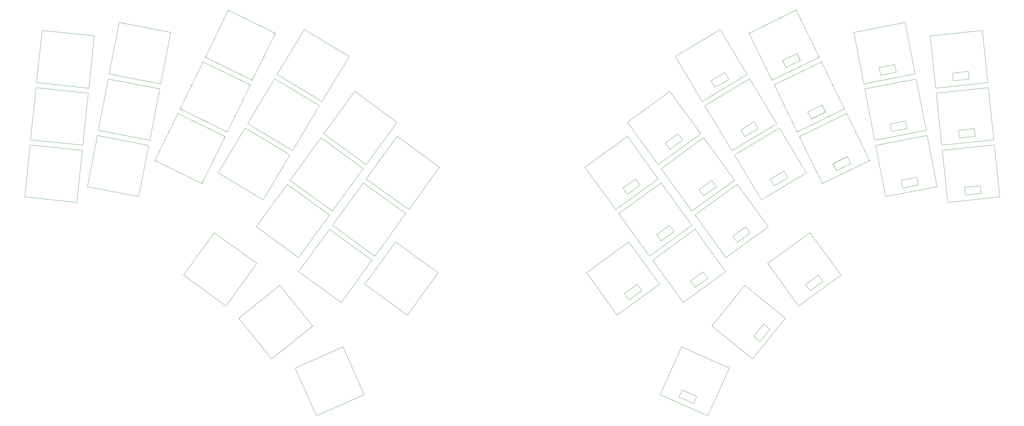
<source format=gbr>
G04 #@! TF.GenerationSoftware,KiCad,Pcbnew,8.0.3*
G04 #@! TF.CreationDate,2024-06-16T15:20:09+01:00*
G04 #@! TF.ProjectId,ykb,796b622e-6b69-4636-9164-5f7063625858,v1.0.0*
G04 #@! TF.SameCoordinates,Original*
G04 #@! TF.FileFunction,Other,User*
%FSLAX46Y46*%
G04 Gerber Fmt 4.6, Leading zero omitted, Abs format (unit mm)*
G04 Created by KiCad (PCBNEW 8.0.3) date 2024-06-16 15:20:09*
%MOMM*%
%LPD*%
G01*
G04 APERTURE LIST*
%ADD10C,0.050000*%
G04 APERTURE END LIST*
D10*
G04 #@! TO.C,S44*
X275072232Y-203163307D02*
X268767814Y-217323261D01*
X268767814Y-217323261D02*
X282927768Y-223627679D01*
X282927768Y-223627679D02*
X289232186Y-209467725D01*
X289232186Y-209467725D02*
X275072232Y-203163307D01*
G04 #@! TO.C,S43*
X284058540Y-197013444D02*
X296104302Y-206767910D01*
X296104302Y-206767910D02*
X305858768Y-194722148D01*
X305858768Y-194722148D02*
X293813006Y-184967682D01*
X293813006Y-184967682D02*
X284058540Y-197013444D01*
G04 #@! TO.C,S42*
X300587658Y-178521256D02*
X309698329Y-191061019D01*
X309698329Y-191061019D02*
X322238092Y-181950348D01*
X322238092Y-181950348D02*
X313127421Y-169410585D01*
X313127421Y-169410585D02*
X300587658Y-178521256D01*
G04 #@! TO.C,S41*
X246945091Y-181247169D02*
X256055762Y-193786932D01*
X256055762Y-193786932D02*
X268595525Y-184676261D01*
X268595525Y-184676261D02*
X259484854Y-172136498D01*
X259484854Y-172136498D02*
X246945091Y-181247169D01*
G04 #@! TO.C,S40*
X246518873Y-150037101D02*
X255629544Y-162576864D01*
X255629544Y-162576864D02*
X268169307Y-153466193D01*
X268169307Y-153466193D02*
X259058636Y-140926430D01*
X259058636Y-140926430D02*
X246518873Y-150037101D01*
G04 #@! TO.C,S39*
X256511222Y-163790390D02*
X265621893Y-176330153D01*
X265621893Y-176330153D02*
X278161656Y-167219482D01*
X278161656Y-167219482D02*
X269050985Y-154679719D01*
X269050985Y-154679719D02*
X256511222Y-163790390D01*
G04 #@! TO.C,S38*
X266503571Y-177543679D02*
X275614242Y-190083442D01*
X275614242Y-190083442D02*
X288154005Y-180972771D01*
X288154005Y-180972771D02*
X279043334Y-168433008D01*
X279043334Y-168433008D02*
X266503571Y-177543679D01*
G04 #@! TO.C,S37*
X259082709Y-136706309D02*
X268193380Y-149246072D01*
X268193380Y-149246072D02*
X280733143Y-140135401D01*
X280733143Y-140135401D02*
X271622472Y-127595638D01*
X271622472Y-127595638D02*
X259082709Y-136706309D01*
G04 #@! TO.C,S36*
X269075058Y-150459598D02*
X278185729Y-162999361D01*
X278185729Y-162999361D02*
X290725492Y-153888690D01*
X290725492Y-153888690D02*
X281614821Y-141348927D01*
X281614821Y-141348927D02*
X269075058Y-150459598D01*
G04 #@! TO.C,S35*
X279067407Y-164212887D02*
X288178078Y-176752650D01*
X288178078Y-176752650D02*
X300717841Y-167641979D01*
X300717841Y-167641979D02*
X291607170Y-155102216D01*
X291607170Y-155102216D02*
X279067407Y-164212887D01*
G04 #@! TO.C,S34*
X273234409Y-117286734D02*
X281217500Y-130572827D01*
X281217500Y-130572827D02*
X294503593Y-122589736D01*
X294503593Y-122589736D02*
X286520502Y-109303643D01*
X286520502Y-109303643D02*
X273234409Y-117286734D01*
G04 #@! TO.C,S33*
X281990056Y-131858578D02*
X289973147Y-145144671D01*
X289973147Y-145144671D02*
X303259240Y-137161580D01*
X303259240Y-137161580D02*
X295276149Y-123875487D01*
X295276149Y-123875487D02*
X281990056Y-131858578D01*
G04 #@! TO.C,S32*
X290745703Y-146430422D02*
X298728794Y-159716515D01*
X298728794Y-159716515D02*
X312014887Y-151733424D01*
X312014887Y-151733424D02*
X304031796Y-138447331D01*
X304031796Y-138447331D02*
X290745703Y-146430422D01*
G04 #@! TO.C,S31*
X295074020Y-110384322D02*
X301868773Y-124315629D01*
X301868773Y-124315629D02*
X315800080Y-117520876D01*
X315800080Y-117520876D02*
X309005327Y-103589569D01*
X309005327Y-103589569D02*
X295074020Y-110384322D01*
G04 #@! TO.C,S30*
X302526329Y-125663821D02*
X309321082Y-139595128D01*
X309321082Y-139595128D02*
X323252389Y-132800375D01*
X323252389Y-132800375D02*
X316457636Y-118869068D01*
X316457636Y-118869068D02*
X302526329Y-125663821D01*
G04 #@! TO.C,S29*
X309978639Y-140943320D02*
X316773392Y-154874627D01*
X316773392Y-154874627D02*
X330704699Y-148079874D01*
X330704699Y-148079874D02*
X323909946Y-134148567D01*
X323909946Y-134148567D02*
X309978639Y-140943320D01*
G04 #@! TO.C,S28*
X326041824Y-110186700D02*
X328999363Y-125401921D01*
X328999363Y-125401921D02*
X344214584Y-122444382D01*
X344214584Y-122444382D02*
X341257045Y-107229161D01*
X341257045Y-107229161D02*
X326041824Y-110186700D01*
G04 #@! TO.C,S27*
X329285576Y-126874362D02*
X332243115Y-142089583D01*
X332243115Y-142089583D02*
X347458336Y-139132044D01*
X347458336Y-139132044D02*
X344500797Y-123916823D01*
X344500797Y-123916823D02*
X329285576Y-126874362D01*
G04 #@! TO.C,S26*
X332529329Y-143562025D02*
X335486868Y-158777246D01*
X335486868Y-158777246D02*
X350702089Y-155819707D01*
X350702089Y-155819707D02*
X347744550Y-140604486D01*
X347744550Y-140604486D02*
X332529329Y-143562025D01*
G04 #@! TO.C,S25*
X348666266Y-111208826D02*
X350286457Y-126623915D01*
X350286457Y-126623915D02*
X365701546Y-125003724D01*
X365701546Y-125003724D02*
X364081355Y-109588635D01*
X364081355Y-109588635D02*
X348666266Y-111208826D01*
G04 #@! TO.C,S24*
X350443250Y-128115698D02*
X352063441Y-143530787D01*
X352063441Y-143530787D02*
X367478530Y-141910596D01*
X367478530Y-141910596D02*
X365858339Y-126495507D01*
X365858339Y-126495507D02*
X350443250Y-128115698D01*
G04 #@! TO.C,S23*
X352220234Y-145022570D02*
X353840425Y-160437659D01*
X353840425Y-160437659D02*
X369255514Y-158817468D01*
X369255514Y-158817468D02*
X367635323Y-143402379D01*
X367635323Y-143402379D02*
X352220234Y-145022570D01*
G04 #@! TO.C,S22*
X160767814Y-209467725D02*
X167072232Y-223627679D01*
X167072232Y-223627679D02*
X181232186Y-217323261D01*
X181232186Y-217323261D02*
X174927768Y-203163307D01*
X174927768Y-203163307D02*
X160767814Y-209467725D01*
G04 #@! TO.C,S21*
X156186993Y-184967682D02*
X144141231Y-194722148D01*
X144141231Y-194722148D02*
X153895697Y-206767910D01*
X153895697Y-206767910D02*
X165941459Y-197013444D01*
X165941459Y-197013444D02*
X156186993Y-184967682D01*
G04 #@! TO.C,S20*
X136872578Y-169410585D02*
X127761907Y-181950348D01*
X127761907Y-181950348D02*
X140301670Y-191061019D01*
X140301670Y-191061019D02*
X149412341Y-178521256D01*
X149412341Y-178521256D02*
X136872578Y-169410585D01*
G04 #@! TO.C,S19*
X190515146Y-172136498D02*
X181404475Y-184676261D01*
X181404475Y-184676261D02*
X193944238Y-193786932D01*
X193944238Y-193786932D02*
X203054909Y-181247169D01*
X203054909Y-181247169D02*
X190515146Y-172136498D01*
G04 #@! TO.C,S18*
X190941364Y-140926430D02*
X181830693Y-153466193D01*
X181830693Y-153466193D02*
X194370456Y-162576864D01*
X194370456Y-162576864D02*
X203481127Y-150037101D01*
X203481127Y-150037101D02*
X190941364Y-140926430D01*
G04 #@! TO.C,S17*
X180949014Y-154679719D02*
X171838343Y-167219482D01*
X171838343Y-167219482D02*
X184378106Y-176330153D01*
X184378106Y-176330153D02*
X193488777Y-163790390D01*
X193488777Y-163790390D02*
X180949014Y-154679719D01*
G04 #@! TO.C,S16*
X170956665Y-168433008D02*
X161845994Y-180972771D01*
X161845994Y-180972771D02*
X174385757Y-190083442D01*
X174385757Y-190083442D02*
X183496428Y-177543679D01*
X183496428Y-177543679D02*
X170956665Y-168433008D01*
G04 #@! TO.C,S15*
X178377527Y-127595638D02*
X169266856Y-140135401D01*
X169266856Y-140135401D02*
X181806619Y-149246072D01*
X181806619Y-149246072D02*
X190917290Y-136706309D01*
X190917290Y-136706309D02*
X178377527Y-127595638D01*
G04 #@! TO.C,S14*
X168385178Y-141348927D02*
X159274507Y-153888690D01*
X159274507Y-153888690D02*
X171814270Y-162999361D01*
X171814270Y-162999361D02*
X180924941Y-150459598D01*
X180924941Y-150459598D02*
X168385178Y-141348927D01*
G04 #@! TO.C,S13*
X158392829Y-155102216D02*
X149282158Y-167641979D01*
X149282158Y-167641979D02*
X161821921Y-176752650D01*
X161821921Y-176752650D02*
X170932592Y-164212887D01*
X170932592Y-164212887D02*
X158392829Y-155102216D01*
G04 #@! TO.C,S12*
X163479497Y-109303643D02*
X155496406Y-122589736D01*
X155496406Y-122589736D02*
X168782499Y-130572827D01*
X168782499Y-130572827D02*
X176765590Y-117286734D01*
X176765590Y-117286734D02*
X163479497Y-109303643D01*
G04 #@! TO.C,S11*
X154723850Y-123875487D02*
X146740759Y-137161580D01*
X146740759Y-137161580D02*
X160026852Y-145144671D01*
X160026852Y-145144671D02*
X168009943Y-131858578D01*
X168009943Y-131858578D02*
X154723850Y-123875487D01*
G04 #@! TO.C,S10*
X145968203Y-138447331D02*
X137985112Y-151733424D01*
X137985112Y-151733424D02*
X151271205Y-159716515D01*
X151271205Y-159716515D02*
X159254296Y-146430422D01*
X159254296Y-146430422D02*
X145968203Y-138447331D01*
G04 #@! TO.C,S9*
X140994673Y-103589569D02*
X134199920Y-117520876D01*
X134199920Y-117520876D02*
X148131227Y-124315629D01*
X148131227Y-124315629D02*
X154925980Y-110384322D01*
X154925980Y-110384322D02*
X140994673Y-103589569D01*
G04 #@! TO.C,S8*
X133542363Y-118869068D02*
X126747610Y-132800375D01*
X126747610Y-132800375D02*
X140678917Y-139595128D01*
X140678917Y-139595128D02*
X147473670Y-125663821D01*
X147473670Y-125663821D02*
X133542363Y-118869068D01*
G04 #@! TO.C,S7*
X126090054Y-134148567D02*
X119295301Y-148079874D01*
X119295301Y-148079874D02*
X133226608Y-154874627D01*
X133226608Y-154874627D02*
X140021361Y-140943320D01*
X140021361Y-140943320D02*
X126090054Y-134148567D01*
G04 #@! TO.C,S6*
X108742955Y-107229161D02*
X105785416Y-122444382D01*
X105785416Y-122444382D02*
X121000637Y-125401921D01*
X121000637Y-125401921D02*
X123958176Y-110186700D01*
X123958176Y-110186700D02*
X108742955Y-107229161D01*
G04 #@! TO.C,S5*
X105499202Y-123916823D02*
X102541663Y-139132044D01*
X102541663Y-139132044D02*
X117756884Y-142089583D01*
X117756884Y-142089583D02*
X120714423Y-126874362D01*
X120714423Y-126874362D02*
X105499202Y-123916823D01*
G04 #@! TO.C,S4*
X102255449Y-140604486D02*
X99297910Y-155819707D01*
X99297910Y-155819707D02*
X114513131Y-158777246D01*
X114513131Y-158777246D02*
X117470670Y-143562025D01*
X117470670Y-143562025D02*
X102255449Y-140604486D01*
G04 #@! TO.C,S3*
X85918644Y-109588635D02*
X84298453Y-125003724D01*
X84298453Y-125003724D02*
X99713542Y-126623915D01*
X99713542Y-126623915D02*
X101333733Y-111208826D01*
X101333733Y-111208826D02*
X85918644Y-109588635D01*
G04 #@! TO.C,S2*
X84141660Y-126495507D02*
X82521469Y-141910596D01*
X82521469Y-141910596D02*
X97936558Y-143530787D01*
X97936558Y-143530787D02*
X99556749Y-128115698D01*
X99556749Y-128115698D02*
X84141660Y-126495507D01*
G04 #@! TO.C,S1*
X82364676Y-143402379D02*
X80744485Y-158817468D01*
X80744485Y-158817468D02*
X96159574Y-160437659D01*
X96159574Y-160437659D02*
X97779765Y-145022570D01*
X97779765Y-145022570D02*
X82364676Y-143402379D01*
G04 #@! TO.C,D44*
X275287231Y-215956813D02*
X274351737Y-218057967D01*
X275287231Y-215956813D02*
X279580895Y-217868475D01*
X279580895Y-217868475D02*
X278645401Y-219969629D01*
X278645401Y-219969629D02*
X274351737Y-218057967D01*
G04 #@! TO.C,D43*
X296471763Y-200116973D02*
X298259199Y-201564409D01*
X296471763Y-200116973D02*
X299429569Y-196464387D01*
X299429569Y-196464387D02*
X301217005Y-197911823D01*
X301217005Y-197911823D02*
X298259199Y-201564409D01*
G04 #@! TO.C,D42*
X311774658Y-184731813D02*
X313126564Y-186592552D01*
X311774658Y-184731813D02*
X315577038Y-181969222D01*
X315577038Y-181969222D02*
X316928944Y-183829961D01*
X316928944Y-183829961D02*
X313126564Y-186592552D01*
G04 #@! TO.C,D41*
X258132091Y-187457726D02*
X259483997Y-189318465D01*
X258132091Y-187457726D02*
X261934471Y-184695135D01*
X261934471Y-184695135D02*
X263286377Y-186555874D01*
X263286377Y-186555874D02*
X259483997Y-189318465D01*
G04 #@! TO.C,D40*
X257705873Y-156247658D02*
X259057779Y-158108397D01*
X257705873Y-156247658D02*
X261508253Y-153485067D01*
X261508253Y-153485067D02*
X262860159Y-155345806D01*
X262860159Y-155345806D02*
X259057779Y-158108397D01*
G04 #@! TO.C,D39*
X267698222Y-170000947D02*
X269050128Y-171861686D01*
X267698222Y-170000947D02*
X271500602Y-167238356D01*
X271500602Y-167238356D02*
X272852508Y-169099095D01*
X272852508Y-169099095D02*
X269050128Y-171861686D01*
G04 #@! TO.C,D38*
X277690572Y-183754236D02*
X279042478Y-185614975D01*
X277690572Y-183754236D02*
X281492952Y-180991645D01*
X281492952Y-180991645D02*
X282844858Y-182852384D01*
X282844858Y-182852384D02*
X279042478Y-185614975D01*
G04 #@! TO.C,D37*
X270269709Y-142916866D02*
X271621615Y-144777605D01*
X270269709Y-142916866D02*
X274072089Y-140154275D01*
X274072089Y-140154275D02*
X275423995Y-142015014D01*
X275423995Y-142015014D02*
X271621615Y-144777605D01*
G04 #@! TO.C,D36*
X280262058Y-156670155D02*
X281613964Y-158530894D01*
X280262058Y-156670155D02*
X284064438Y-153907564D01*
X284064438Y-153907564D02*
X285416344Y-155768303D01*
X285416344Y-155768303D02*
X281613964Y-158530894D01*
G04 #@! TO.C,D35*
X290254408Y-170423444D02*
X291606314Y-172284183D01*
X290254408Y-170423444D02*
X294056788Y-167660853D01*
X294056788Y-167660853D02*
X295408694Y-169521592D01*
X295408694Y-169521592D02*
X291606314Y-172284183D01*
G04 #@! TO.C,D34*
X283837554Y-124448669D02*
X285022142Y-126420154D01*
X283837554Y-124448669D02*
X287866240Y-122027990D01*
X287866240Y-122027990D02*
X289050828Y-123999475D01*
X289050828Y-123999475D02*
X285022142Y-126420154D01*
G04 #@! TO.C,D33*
X292593201Y-139020513D02*
X293777789Y-140991998D01*
X292593201Y-139020513D02*
X296621887Y-136599834D01*
X296621887Y-136599834D02*
X297806475Y-138571319D01*
X297806475Y-138571319D02*
X293777789Y-140991998D01*
G04 #@! TO.C,D32*
X301348849Y-153592357D02*
X302533437Y-155563842D01*
X301348849Y-153592357D02*
X305377535Y-151171678D01*
X305377535Y-151171678D02*
X306562123Y-153143163D01*
X306562123Y-153143163D02*
X302533437Y-155563842D01*
G04 #@! TO.C,D31*
X305012612Y-118443128D02*
X306020866Y-120510354D01*
X305012612Y-118443128D02*
X309236944Y-116382784D01*
X309236944Y-116382784D02*
X310245198Y-118450010D01*
X310245198Y-118450010D02*
X306020866Y-120510354D01*
G04 #@! TO.C,D30*
X312464922Y-133722627D02*
X313473176Y-135789853D01*
X312464922Y-133722627D02*
X316689254Y-131662283D01*
X316689254Y-131662283D02*
X317697508Y-133729509D01*
X317697508Y-133729509D02*
X313473176Y-135789853D01*
G04 #@! TO.C,D29*
X319917231Y-149002126D02*
X320925485Y-151069352D01*
X319917231Y-149002126D02*
X324141563Y-146941782D01*
X324141563Y-146941782D02*
X325149817Y-149009008D01*
X325149817Y-149009008D02*
X320925485Y-151069352D01*
G04 #@! TO.C,D28*
X333555995Y-120543207D02*
X333994855Y-122800949D01*
X333555995Y-120543207D02*
X338169643Y-119646405D01*
X338169643Y-119646405D02*
X338608503Y-121904147D01*
X338608503Y-121904147D02*
X333994855Y-122800949D01*
G04 #@! TO.C,D27*
X336799747Y-137230869D02*
X337238607Y-139488611D01*
X336799747Y-137230869D02*
X341413395Y-136334067D01*
X341413395Y-136334067D02*
X341852255Y-138591809D01*
X341852255Y-138591809D02*
X337238607Y-139488611D01*
G04 #@! TO.C,D26*
X340043500Y-153918532D02*
X340482360Y-156176274D01*
X340043500Y-153918532D02*
X344657148Y-153021730D01*
X344657148Y-153021730D02*
X345096008Y-155279472D01*
X345096008Y-155279472D02*
X340482360Y-156176274D01*
G04 #@! TO.C,D25*
X355249215Y-122180826D02*
X355489630Y-124468226D01*
X355249215Y-122180826D02*
X359923468Y-121689542D01*
X359923468Y-121689542D02*
X360163883Y-123976942D01*
X360163883Y-123976942D02*
X355489630Y-124468226D01*
G04 #@! TO.C,D24*
X357026199Y-139087698D02*
X357266614Y-141375098D01*
X357026199Y-139087698D02*
X361700452Y-138596414D01*
X361700452Y-138596414D02*
X361940867Y-140883814D01*
X361940867Y-140883814D02*
X357266614Y-141375098D01*
G04 #@! TO.C,D23*
X358803182Y-155994571D02*
X359043597Y-158281971D01*
X358803182Y-155994571D02*
X363477435Y-155503287D01*
X363477435Y-155503287D02*
X363717850Y-157790687D01*
X363717850Y-157790687D02*
X359043597Y-158281971D01*
G04 #@! TD*
M02*

</source>
